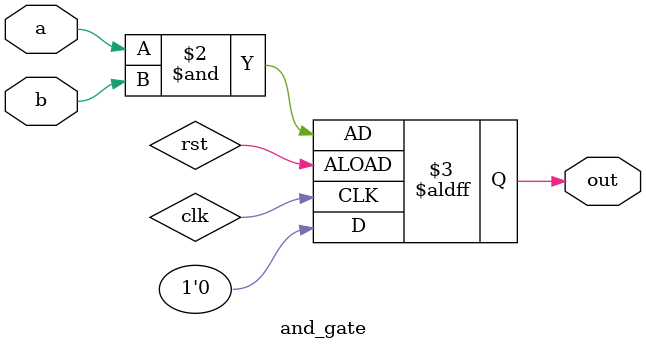
<source format=v>

module and_gate( 
    input a, 
    input b, 
    output out );

    // assing the AND of a and b to out
    always @(posedge clk or negedge rst) begin
        if ( rst ) begin
            out <= 0;
        end
        else begin
            out <= a & b;
        end
    end

endmodule

</source>
